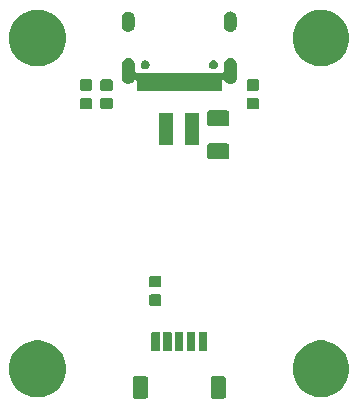
<source format=gbr>
G04 #@! TF.GenerationSoftware,KiCad,Pcbnew,(5.1.5)-3*
G04 #@! TF.CreationDate,2020-04-27T21:47:52+02:00*
G04 #@! TF.ProjectId,unified-usb-pcb_simple,756e6966-6965-4642-9d75-73622d706362,rev?*
G04 #@! TF.SameCoordinates,Original*
G04 #@! TF.FileFunction,Soldermask,Top*
G04 #@! TF.FilePolarity,Negative*
%FSLAX46Y46*%
G04 Gerber Fmt 4.6, Leading zero omitted, Abs format (unit mm)*
G04 Created by KiCad (PCBNEW (5.1.5)-3) date 2020-04-27 21:47:52*
%MOMM*%
%LPD*%
G04 APERTURE LIST*
%ADD10C,0.100000*%
G04 APERTURE END LIST*
D10*
G36*
X34550642Y-50916404D02*
G01*
X34587737Y-50927657D01*
X34621915Y-50945925D01*
X34651881Y-50970519D01*
X34676475Y-51000485D01*
X34694743Y-51034663D01*
X34705996Y-51071758D01*
X34710400Y-51116474D01*
X34710400Y-52609526D01*
X34705996Y-52654242D01*
X34694743Y-52691337D01*
X34676475Y-52725515D01*
X34651881Y-52755481D01*
X34621915Y-52780075D01*
X34587737Y-52798343D01*
X34550642Y-52809596D01*
X34505926Y-52814000D01*
X33612874Y-52814000D01*
X33568158Y-52809596D01*
X33531063Y-52798343D01*
X33496885Y-52780075D01*
X33466919Y-52755481D01*
X33442325Y-52725515D01*
X33424057Y-52691337D01*
X33412804Y-52654242D01*
X33408400Y-52609526D01*
X33408400Y-51116474D01*
X33412804Y-51071758D01*
X33424057Y-51034663D01*
X33442325Y-51000485D01*
X33466919Y-50970519D01*
X33496885Y-50945925D01*
X33531063Y-50927657D01*
X33568158Y-50916404D01*
X33612874Y-50912000D01*
X34505926Y-50912000D01*
X34550642Y-50916404D01*
G37*
G36*
X27950642Y-50916404D02*
G01*
X27987737Y-50927657D01*
X28021915Y-50945925D01*
X28051881Y-50970519D01*
X28076475Y-51000485D01*
X28094743Y-51034663D01*
X28105996Y-51071758D01*
X28110400Y-51116474D01*
X28110400Y-52609526D01*
X28105996Y-52654242D01*
X28094743Y-52691337D01*
X28076475Y-52725515D01*
X28051881Y-52755481D01*
X28021915Y-52780075D01*
X27987737Y-52798343D01*
X27950642Y-52809596D01*
X27905926Y-52814000D01*
X27012874Y-52814000D01*
X26968158Y-52809596D01*
X26931063Y-52798343D01*
X26896885Y-52780075D01*
X26866919Y-52755481D01*
X26842325Y-52725515D01*
X26824057Y-52691337D01*
X26812804Y-52654242D01*
X26808400Y-52609526D01*
X26808400Y-51116474D01*
X26812804Y-51071758D01*
X26824057Y-51034663D01*
X26842325Y-51000485D01*
X26866919Y-50970519D01*
X26896885Y-50945925D01*
X26931063Y-50927657D01*
X26968158Y-50916404D01*
X27012874Y-50912000D01*
X27905926Y-50912000D01*
X27950642Y-50916404D01*
G37*
G36*
X43227812Y-47933134D02*
G01*
X43459746Y-47979269D01*
X43896700Y-48160262D01*
X44289948Y-48423022D01*
X44624378Y-48757452D01*
X44887138Y-49150700D01*
X45068131Y-49587654D01*
X45160400Y-50051522D01*
X45160400Y-50524478D01*
X45068131Y-50988346D01*
X44887138Y-51425300D01*
X44624378Y-51818548D01*
X44289948Y-52152978D01*
X43896700Y-52415738D01*
X43459746Y-52596731D01*
X43227812Y-52642866D01*
X42995879Y-52689000D01*
X42522921Y-52689000D01*
X42290988Y-52642865D01*
X42059054Y-52596731D01*
X41622100Y-52415738D01*
X41228852Y-52152978D01*
X40894422Y-51818548D01*
X40631662Y-51425300D01*
X40450669Y-50988346D01*
X40358400Y-50524478D01*
X40358400Y-50051522D01*
X40450669Y-49587654D01*
X40631662Y-49150700D01*
X40894422Y-48757452D01*
X41228852Y-48423022D01*
X41622100Y-48160262D01*
X42059054Y-47979269D01*
X42290988Y-47933134D01*
X42522921Y-47887000D01*
X42995879Y-47887000D01*
X43227812Y-47933134D01*
G37*
G36*
X19227812Y-47933134D02*
G01*
X19459746Y-47979269D01*
X19896700Y-48160262D01*
X20289948Y-48423022D01*
X20624378Y-48757452D01*
X20887138Y-49150700D01*
X21068131Y-49587654D01*
X21160400Y-50051522D01*
X21160400Y-50524478D01*
X21068131Y-50988346D01*
X20887138Y-51425300D01*
X20624378Y-51818548D01*
X20289948Y-52152978D01*
X19896700Y-52415738D01*
X19459746Y-52596731D01*
X19227812Y-52642866D01*
X18995879Y-52689000D01*
X18522921Y-52689000D01*
X18290988Y-52642865D01*
X18059054Y-52596731D01*
X17622100Y-52415738D01*
X17228852Y-52152978D01*
X16894422Y-51818548D01*
X16631662Y-51425300D01*
X16450669Y-50988346D01*
X16358400Y-50524478D01*
X16358400Y-50051522D01*
X16450669Y-49587654D01*
X16631662Y-49150700D01*
X16894422Y-48757452D01*
X17228852Y-48423022D01*
X17622100Y-48160262D01*
X18059054Y-47979269D01*
X18290988Y-47933134D01*
X18522921Y-47887000D01*
X18995879Y-47887000D01*
X19227812Y-47933134D01*
G37*
G36*
X29019328Y-47164764D02*
G01*
X29040409Y-47171160D01*
X29059845Y-47181548D01*
X29076876Y-47195524D01*
X29090852Y-47212555D01*
X29101240Y-47231991D01*
X29107636Y-47253072D01*
X29110400Y-47281140D01*
X29110400Y-48694860D01*
X29107636Y-48722928D01*
X29101240Y-48744009D01*
X29090852Y-48763445D01*
X29076876Y-48780476D01*
X29059845Y-48794452D01*
X29040409Y-48804840D01*
X29019328Y-48811236D01*
X28991260Y-48814000D01*
X28527540Y-48814000D01*
X28499472Y-48811236D01*
X28478391Y-48804840D01*
X28458955Y-48794452D01*
X28441924Y-48780476D01*
X28427948Y-48763445D01*
X28417560Y-48744009D01*
X28411164Y-48722928D01*
X28408400Y-48694860D01*
X28408400Y-47281140D01*
X28411164Y-47253072D01*
X28417560Y-47231991D01*
X28427948Y-47212555D01*
X28441924Y-47195524D01*
X28458955Y-47181548D01*
X28478391Y-47171160D01*
X28499472Y-47164764D01*
X28527540Y-47162000D01*
X28991260Y-47162000D01*
X29019328Y-47164764D01*
G37*
G36*
X30019328Y-47164764D02*
G01*
X30040409Y-47171160D01*
X30059845Y-47181548D01*
X30076876Y-47195524D01*
X30090852Y-47212555D01*
X30101240Y-47231991D01*
X30107636Y-47253072D01*
X30110400Y-47281140D01*
X30110400Y-48694860D01*
X30107636Y-48722928D01*
X30101240Y-48744009D01*
X30090852Y-48763445D01*
X30076876Y-48780476D01*
X30059845Y-48794452D01*
X30040409Y-48804840D01*
X30019328Y-48811236D01*
X29991260Y-48814000D01*
X29527540Y-48814000D01*
X29499472Y-48811236D01*
X29478391Y-48804840D01*
X29458955Y-48794452D01*
X29441924Y-48780476D01*
X29427948Y-48763445D01*
X29417560Y-48744009D01*
X29411164Y-48722928D01*
X29408400Y-48694860D01*
X29408400Y-47281140D01*
X29411164Y-47253072D01*
X29417560Y-47231991D01*
X29427948Y-47212555D01*
X29441924Y-47195524D01*
X29458955Y-47181548D01*
X29478391Y-47171160D01*
X29499472Y-47164764D01*
X29527540Y-47162000D01*
X29991260Y-47162000D01*
X30019328Y-47164764D01*
G37*
G36*
X31019328Y-47164764D02*
G01*
X31040409Y-47171160D01*
X31059845Y-47181548D01*
X31076876Y-47195524D01*
X31090852Y-47212555D01*
X31101240Y-47231991D01*
X31107636Y-47253072D01*
X31110400Y-47281140D01*
X31110400Y-48694860D01*
X31107636Y-48722928D01*
X31101240Y-48744009D01*
X31090852Y-48763445D01*
X31076876Y-48780476D01*
X31059845Y-48794452D01*
X31040409Y-48804840D01*
X31019328Y-48811236D01*
X30991260Y-48814000D01*
X30527540Y-48814000D01*
X30499472Y-48811236D01*
X30478391Y-48804840D01*
X30458955Y-48794452D01*
X30441924Y-48780476D01*
X30427948Y-48763445D01*
X30417560Y-48744009D01*
X30411164Y-48722928D01*
X30408400Y-48694860D01*
X30408400Y-47281140D01*
X30411164Y-47253072D01*
X30417560Y-47231991D01*
X30427948Y-47212555D01*
X30441924Y-47195524D01*
X30458955Y-47181548D01*
X30478391Y-47171160D01*
X30499472Y-47164764D01*
X30527540Y-47162000D01*
X30991260Y-47162000D01*
X31019328Y-47164764D01*
G37*
G36*
X33019328Y-47164764D02*
G01*
X33040409Y-47171160D01*
X33059845Y-47181548D01*
X33076876Y-47195524D01*
X33090852Y-47212555D01*
X33101240Y-47231991D01*
X33107636Y-47253072D01*
X33110400Y-47281140D01*
X33110400Y-48694860D01*
X33107636Y-48722928D01*
X33101240Y-48744009D01*
X33090852Y-48763445D01*
X33076876Y-48780476D01*
X33059845Y-48794452D01*
X33040409Y-48804840D01*
X33019328Y-48811236D01*
X32991260Y-48814000D01*
X32527540Y-48814000D01*
X32499472Y-48811236D01*
X32478391Y-48804840D01*
X32458955Y-48794452D01*
X32441924Y-48780476D01*
X32427948Y-48763445D01*
X32417560Y-48744009D01*
X32411164Y-48722928D01*
X32408400Y-48694860D01*
X32408400Y-47281140D01*
X32411164Y-47253072D01*
X32417560Y-47231991D01*
X32427948Y-47212555D01*
X32441924Y-47195524D01*
X32458955Y-47181548D01*
X32478391Y-47171160D01*
X32499472Y-47164764D01*
X32527540Y-47162000D01*
X32991260Y-47162000D01*
X33019328Y-47164764D01*
G37*
G36*
X32019328Y-47164764D02*
G01*
X32040409Y-47171160D01*
X32059845Y-47181548D01*
X32076876Y-47195524D01*
X32090852Y-47212555D01*
X32101240Y-47231991D01*
X32107636Y-47253072D01*
X32110400Y-47281140D01*
X32110400Y-48694860D01*
X32107636Y-48722928D01*
X32101240Y-48744009D01*
X32090852Y-48763445D01*
X32076876Y-48780476D01*
X32059845Y-48794452D01*
X32040409Y-48804840D01*
X32019328Y-48811236D01*
X31991260Y-48814000D01*
X31527540Y-48814000D01*
X31499472Y-48811236D01*
X31478391Y-48804840D01*
X31458955Y-48794452D01*
X31441924Y-48780476D01*
X31427948Y-48763445D01*
X31417560Y-48744009D01*
X31411164Y-48722928D01*
X31408400Y-48694860D01*
X31408400Y-47281140D01*
X31411164Y-47253072D01*
X31417560Y-47231991D01*
X31427948Y-47212555D01*
X31441924Y-47195524D01*
X31458955Y-47181548D01*
X31478391Y-47171160D01*
X31499472Y-47164764D01*
X31527540Y-47162000D01*
X31991260Y-47162000D01*
X32019328Y-47164764D01*
G37*
G36*
X29106991Y-43991085D02*
G01*
X29140969Y-44001393D01*
X29172290Y-44018134D01*
X29199739Y-44040661D01*
X29222266Y-44068110D01*
X29239007Y-44099431D01*
X29249315Y-44133409D01*
X29253400Y-44174890D01*
X29253400Y-44776110D01*
X29249315Y-44817591D01*
X29239007Y-44851569D01*
X29222266Y-44882890D01*
X29199739Y-44910339D01*
X29172290Y-44932866D01*
X29140969Y-44949607D01*
X29106991Y-44959915D01*
X29065510Y-44964000D01*
X28389290Y-44964000D01*
X28347809Y-44959915D01*
X28313831Y-44949607D01*
X28282510Y-44932866D01*
X28255061Y-44910339D01*
X28232534Y-44882890D01*
X28215793Y-44851569D01*
X28205485Y-44817591D01*
X28201400Y-44776110D01*
X28201400Y-44174890D01*
X28205485Y-44133409D01*
X28215793Y-44099431D01*
X28232534Y-44068110D01*
X28255061Y-44040661D01*
X28282510Y-44018134D01*
X28313831Y-44001393D01*
X28347809Y-43991085D01*
X28389290Y-43987000D01*
X29065510Y-43987000D01*
X29106991Y-43991085D01*
G37*
G36*
X29106991Y-42416085D02*
G01*
X29140969Y-42426393D01*
X29172290Y-42443134D01*
X29199739Y-42465661D01*
X29222266Y-42493110D01*
X29239007Y-42524431D01*
X29249315Y-42558409D01*
X29253400Y-42599890D01*
X29253400Y-43201110D01*
X29249315Y-43242591D01*
X29239007Y-43276569D01*
X29222266Y-43307890D01*
X29199739Y-43335339D01*
X29172290Y-43357866D01*
X29140969Y-43374607D01*
X29106991Y-43384915D01*
X29065510Y-43389000D01*
X28389290Y-43389000D01*
X28347809Y-43384915D01*
X28313831Y-43374607D01*
X28282510Y-43357866D01*
X28255061Y-43335339D01*
X28232534Y-43307890D01*
X28215793Y-43276569D01*
X28205485Y-43242591D01*
X28201400Y-43201110D01*
X28201400Y-42599890D01*
X28205485Y-42558409D01*
X28215793Y-42524431D01*
X28232534Y-42493110D01*
X28255061Y-42465661D01*
X28282510Y-42443134D01*
X28313831Y-42426393D01*
X28347809Y-42416085D01*
X28389290Y-42412000D01*
X29065510Y-42412000D01*
X29106991Y-42416085D01*
G37*
G36*
X34830004Y-31208347D02*
G01*
X34866544Y-31219432D01*
X34900221Y-31237433D01*
X34929741Y-31261659D01*
X34953967Y-31291179D01*
X34971968Y-31324856D01*
X34983053Y-31361396D01*
X34987400Y-31405538D01*
X34987400Y-32354462D01*
X34983053Y-32398604D01*
X34971968Y-32435144D01*
X34953967Y-32468821D01*
X34929741Y-32498341D01*
X34900221Y-32522567D01*
X34866544Y-32540568D01*
X34830004Y-32551653D01*
X34785862Y-32556000D01*
X33336938Y-32556000D01*
X33292796Y-32551653D01*
X33256256Y-32540568D01*
X33222579Y-32522567D01*
X33193059Y-32498341D01*
X33168833Y-32468821D01*
X33150832Y-32435144D01*
X33139747Y-32398604D01*
X33135400Y-32354462D01*
X33135400Y-31405538D01*
X33139747Y-31361396D01*
X33150832Y-31324856D01*
X33168833Y-31291179D01*
X33193059Y-31261659D01*
X33222579Y-31237433D01*
X33256256Y-31219432D01*
X33292796Y-31208347D01*
X33336938Y-31204000D01*
X34785862Y-31204000D01*
X34830004Y-31208347D01*
G37*
G36*
X30240400Y-31298000D02*
G01*
X29078400Y-31298000D01*
X29078400Y-28646000D01*
X30240400Y-28646000D01*
X30240400Y-31298000D01*
G37*
G36*
X32440400Y-31298000D02*
G01*
X31278400Y-31298000D01*
X31278400Y-28646000D01*
X32440400Y-28646000D01*
X32440400Y-31298000D01*
G37*
G36*
X34830004Y-28408347D02*
G01*
X34866544Y-28419432D01*
X34900221Y-28437433D01*
X34929741Y-28461659D01*
X34953967Y-28491179D01*
X34971968Y-28524856D01*
X34983053Y-28561396D01*
X34987400Y-28605538D01*
X34987400Y-29554462D01*
X34983053Y-29598604D01*
X34971968Y-29635144D01*
X34953967Y-29668821D01*
X34929741Y-29698341D01*
X34900221Y-29722567D01*
X34866544Y-29740568D01*
X34830004Y-29751653D01*
X34785862Y-29756000D01*
X33336938Y-29756000D01*
X33292796Y-29751653D01*
X33256256Y-29740568D01*
X33222579Y-29722567D01*
X33193059Y-29698341D01*
X33168833Y-29668821D01*
X33150832Y-29635144D01*
X33139747Y-29598604D01*
X33135400Y-29554462D01*
X33135400Y-28605538D01*
X33139747Y-28561396D01*
X33150832Y-28524856D01*
X33168833Y-28491179D01*
X33193059Y-28461659D01*
X33222579Y-28437433D01*
X33256256Y-28419432D01*
X33292796Y-28408347D01*
X33336938Y-28404000D01*
X34785862Y-28404000D01*
X34830004Y-28408347D01*
G37*
G36*
X23264991Y-27354085D02*
G01*
X23298969Y-27364393D01*
X23330290Y-27381134D01*
X23357739Y-27403661D01*
X23380266Y-27431110D01*
X23397007Y-27462431D01*
X23407315Y-27496409D01*
X23411400Y-27537890D01*
X23411400Y-28139110D01*
X23407315Y-28180591D01*
X23397007Y-28214569D01*
X23380266Y-28245890D01*
X23357739Y-28273339D01*
X23330290Y-28295866D01*
X23298969Y-28312607D01*
X23264991Y-28322915D01*
X23223510Y-28327000D01*
X22547290Y-28327000D01*
X22505809Y-28322915D01*
X22471831Y-28312607D01*
X22440510Y-28295866D01*
X22413061Y-28273339D01*
X22390534Y-28245890D01*
X22373793Y-28214569D01*
X22363485Y-28180591D01*
X22359400Y-28139110D01*
X22359400Y-27537890D01*
X22363485Y-27496409D01*
X22373793Y-27462431D01*
X22390534Y-27431110D01*
X22413061Y-27403661D01*
X22440510Y-27381134D01*
X22471831Y-27364393D01*
X22505809Y-27354085D01*
X22547290Y-27350000D01*
X23223510Y-27350000D01*
X23264991Y-27354085D01*
G37*
G36*
X37361991Y-27354085D02*
G01*
X37395969Y-27364393D01*
X37427290Y-27381134D01*
X37454739Y-27403661D01*
X37477266Y-27431110D01*
X37494007Y-27462431D01*
X37504315Y-27496409D01*
X37508400Y-27537890D01*
X37508400Y-28139110D01*
X37504315Y-28180591D01*
X37494007Y-28214569D01*
X37477266Y-28245890D01*
X37454739Y-28273339D01*
X37427290Y-28295866D01*
X37395969Y-28312607D01*
X37361991Y-28322915D01*
X37320510Y-28327000D01*
X36644290Y-28327000D01*
X36602809Y-28322915D01*
X36568831Y-28312607D01*
X36537510Y-28295866D01*
X36510061Y-28273339D01*
X36487534Y-28245890D01*
X36470793Y-28214569D01*
X36460485Y-28180591D01*
X36456400Y-28139110D01*
X36456400Y-27537890D01*
X36460485Y-27496409D01*
X36470793Y-27462431D01*
X36487534Y-27431110D01*
X36510061Y-27403661D01*
X36537510Y-27381134D01*
X36568831Y-27364393D01*
X36602809Y-27354085D01*
X36644290Y-27350000D01*
X37320510Y-27350000D01*
X37361991Y-27354085D01*
G37*
G36*
X24979491Y-27354085D02*
G01*
X25013469Y-27364393D01*
X25044790Y-27381134D01*
X25072239Y-27403661D01*
X25094766Y-27431110D01*
X25111507Y-27462431D01*
X25121815Y-27496409D01*
X25125900Y-27537890D01*
X25125900Y-28139110D01*
X25121815Y-28180591D01*
X25111507Y-28214569D01*
X25094766Y-28245890D01*
X25072239Y-28273339D01*
X25044790Y-28295866D01*
X25013469Y-28312607D01*
X24979491Y-28322915D01*
X24938010Y-28327000D01*
X24261790Y-28327000D01*
X24220309Y-28322915D01*
X24186331Y-28312607D01*
X24155010Y-28295866D01*
X24127561Y-28273339D01*
X24105034Y-28245890D01*
X24088293Y-28214569D01*
X24077985Y-28180591D01*
X24073900Y-28139110D01*
X24073900Y-27537890D01*
X24077985Y-27496409D01*
X24088293Y-27462431D01*
X24105034Y-27431110D01*
X24127561Y-27403661D01*
X24155010Y-27381134D01*
X24186331Y-27364393D01*
X24220309Y-27354085D01*
X24261790Y-27350000D01*
X24938010Y-27350000D01*
X24979491Y-27354085D01*
G37*
G36*
X35187415Y-23974973D02*
G01*
X35291279Y-24006479D01*
X35318455Y-24021005D01*
X35387000Y-24057643D01*
X35470901Y-24126499D01*
X35539757Y-24210400D01*
X35558754Y-24245942D01*
X35590921Y-24306121D01*
X35622427Y-24409985D01*
X35630400Y-24490933D01*
X35630400Y-25645067D01*
X35622427Y-25726015D01*
X35590921Y-25829879D01*
X35582016Y-25846539D01*
X35541997Y-25921409D01*
X35539756Y-25925600D01*
X35470901Y-26009501D01*
X35402045Y-26066009D01*
X35386999Y-26078357D01*
X35335307Y-26105987D01*
X35291278Y-26129521D01*
X35187414Y-26161027D01*
X35079400Y-26171666D01*
X34971385Y-26161027D01*
X34867521Y-26129521D01*
X34823493Y-26105987D01*
X34771801Y-26078357D01*
X34759043Y-26067887D01*
X34687899Y-26009501D01*
X34619044Y-25925600D01*
X34595634Y-25881804D01*
X34582025Y-25861436D01*
X34564698Y-25844109D01*
X34544324Y-25830495D01*
X34521685Y-25821118D01*
X34497652Y-25816337D01*
X34473148Y-25816337D01*
X34449114Y-25821117D01*
X34426476Y-25830494D01*
X34406101Y-25844108D01*
X34388774Y-25861435D01*
X34375160Y-25881809D01*
X34365783Y-25904448D01*
X34361002Y-25928481D01*
X34360400Y-25940734D01*
X34360400Y-26759000D01*
X27158400Y-26759000D01*
X27158400Y-25940734D01*
X27155998Y-25916349D01*
X27148885Y-25892900D01*
X27137334Y-25871289D01*
X27121789Y-25852347D01*
X27102847Y-25836802D01*
X27081236Y-25825251D01*
X27057787Y-25818138D01*
X27033401Y-25815736D01*
X27009015Y-25818138D01*
X26985566Y-25825251D01*
X26963955Y-25836802D01*
X26945013Y-25852347D01*
X26929468Y-25871289D01*
X26923167Y-25881802D01*
X26920158Y-25887431D01*
X26899756Y-25925601D01*
X26869153Y-25962890D01*
X26830901Y-26009501D01*
X26762045Y-26066009D01*
X26746999Y-26078357D01*
X26695307Y-26105987D01*
X26651278Y-26129521D01*
X26547414Y-26161027D01*
X26439400Y-26171666D01*
X26331385Y-26161027D01*
X26227521Y-26129521D01*
X26183493Y-26105987D01*
X26131801Y-26078357D01*
X26119043Y-26067887D01*
X26047899Y-26009501D01*
X25979044Y-25925600D01*
X25976804Y-25921409D01*
X25944747Y-25861435D01*
X25927879Y-25829878D01*
X25896373Y-25726014D01*
X25888400Y-25645066D01*
X25888401Y-24490933D01*
X25896374Y-24409985D01*
X25927880Y-24306121D01*
X25960047Y-24245942D01*
X25979044Y-24210400D01*
X26047900Y-24126499D01*
X26131801Y-24057643D01*
X26200346Y-24021005D01*
X26227522Y-24006479D01*
X26331386Y-23974973D01*
X26439400Y-23964334D01*
X26547415Y-23974973D01*
X26651279Y-24006479D01*
X26678455Y-24021005D01*
X26747000Y-24057643D01*
X26830901Y-24126499D01*
X26899757Y-24210400D01*
X26918754Y-24245942D01*
X26950921Y-24306121D01*
X26982427Y-24409985D01*
X26990400Y-24490933D01*
X26990400Y-25082001D01*
X26992802Y-25106387D01*
X26999915Y-25129836D01*
X27011466Y-25151447D01*
X27027011Y-25170389D01*
X27045953Y-25185934D01*
X27067564Y-25197485D01*
X27091013Y-25204598D01*
X27115399Y-25207000D01*
X34403401Y-25207000D01*
X34427787Y-25204598D01*
X34451236Y-25197485D01*
X34472847Y-25185934D01*
X34491789Y-25170389D01*
X34507334Y-25151447D01*
X34518885Y-25129836D01*
X34525998Y-25106387D01*
X34528400Y-25082001D01*
X34528401Y-24490939D01*
X34528401Y-24490933D01*
X34536374Y-24409985D01*
X34567880Y-24306121D01*
X34600047Y-24245942D01*
X34619044Y-24210400D01*
X34687900Y-24126499D01*
X34771801Y-24057643D01*
X34840346Y-24021005D01*
X34867522Y-24006479D01*
X34971386Y-23974973D01*
X35079400Y-23964334D01*
X35187415Y-23974973D01*
G37*
G36*
X24979491Y-25779085D02*
G01*
X25013469Y-25789393D01*
X25044790Y-25806134D01*
X25072239Y-25828661D01*
X25094766Y-25856110D01*
X25111507Y-25887431D01*
X25121815Y-25921409D01*
X25125900Y-25962890D01*
X25125900Y-26564110D01*
X25121815Y-26605591D01*
X25111507Y-26639569D01*
X25094766Y-26670890D01*
X25072239Y-26698339D01*
X25044790Y-26720866D01*
X25013469Y-26737607D01*
X24979491Y-26747915D01*
X24938010Y-26752000D01*
X24261790Y-26752000D01*
X24220309Y-26747915D01*
X24186331Y-26737607D01*
X24155010Y-26720866D01*
X24127561Y-26698339D01*
X24105034Y-26670890D01*
X24088293Y-26639569D01*
X24077985Y-26605591D01*
X24073900Y-26564110D01*
X24073900Y-25962890D01*
X24077985Y-25921409D01*
X24088293Y-25887431D01*
X24105034Y-25856110D01*
X24127561Y-25828661D01*
X24155010Y-25806134D01*
X24186331Y-25789393D01*
X24220309Y-25779085D01*
X24261790Y-25775000D01*
X24938010Y-25775000D01*
X24979491Y-25779085D01*
G37*
G36*
X37361991Y-25779085D02*
G01*
X37395969Y-25789393D01*
X37427290Y-25806134D01*
X37454739Y-25828661D01*
X37477266Y-25856110D01*
X37494007Y-25887431D01*
X37504315Y-25921409D01*
X37508400Y-25962890D01*
X37508400Y-26564110D01*
X37504315Y-26605591D01*
X37494007Y-26639569D01*
X37477266Y-26670890D01*
X37454739Y-26698339D01*
X37427290Y-26720866D01*
X37395969Y-26737607D01*
X37361991Y-26747915D01*
X37320510Y-26752000D01*
X36644290Y-26752000D01*
X36602809Y-26747915D01*
X36568831Y-26737607D01*
X36537510Y-26720866D01*
X36510061Y-26698339D01*
X36487534Y-26670890D01*
X36470793Y-26639569D01*
X36460485Y-26605591D01*
X36456400Y-26564110D01*
X36456400Y-25962890D01*
X36460485Y-25921409D01*
X36470793Y-25887431D01*
X36487534Y-25856110D01*
X36510061Y-25828661D01*
X36537510Y-25806134D01*
X36568831Y-25789393D01*
X36602809Y-25779085D01*
X36644290Y-25775000D01*
X37320510Y-25775000D01*
X37361991Y-25779085D01*
G37*
G36*
X23264991Y-25779085D02*
G01*
X23298969Y-25789393D01*
X23330290Y-25806134D01*
X23357739Y-25828661D01*
X23380266Y-25856110D01*
X23397007Y-25887431D01*
X23407315Y-25921409D01*
X23411400Y-25962890D01*
X23411400Y-26564110D01*
X23407315Y-26605591D01*
X23397007Y-26639569D01*
X23380266Y-26670890D01*
X23357739Y-26698339D01*
X23330290Y-26720866D01*
X23298969Y-26737607D01*
X23264991Y-26747915D01*
X23223510Y-26752000D01*
X22547290Y-26752000D01*
X22505809Y-26747915D01*
X22471831Y-26737607D01*
X22440510Y-26720866D01*
X22413061Y-26698339D01*
X22390534Y-26670890D01*
X22373793Y-26639569D01*
X22363485Y-26605591D01*
X22359400Y-26564110D01*
X22359400Y-25962890D01*
X22363485Y-25921409D01*
X22373793Y-25887431D01*
X22390534Y-25856110D01*
X22413061Y-25828661D01*
X22440510Y-25806134D01*
X22471831Y-25789393D01*
X22505809Y-25779085D01*
X22547290Y-25775000D01*
X23223510Y-25775000D01*
X23264991Y-25779085D01*
G37*
G36*
X33759072Y-24176449D02*
G01*
X33759074Y-24176450D01*
X33759075Y-24176450D01*
X33827503Y-24204793D01*
X33889086Y-24245942D01*
X33941458Y-24298314D01*
X33982607Y-24359897D01*
X34010950Y-24428325D01*
X34025400Y-24500967D01*
X34025400Y-24575033D01*
X34010950Y-24647675D01*
X33982607Y-24716103D01*
X33941458Y-24777686D01*
X33889086Y-24830058D01*
X33827503Y-24871207D01*
X33759075Y-24899550D01*
X33759074Y-24899550D01*
X33759072Y-24899551D01*
X33686434Y-24914000D01*
X33612366Y-24914000D01*
X33539728Y-24899551D01*
X33539726Y-24899550D01*
X33539725Y-24899550D01*
X33471297Y-24871207D01*
X33409714Y-24830058D01*
X33357342Y-24777686D01*
X33316193Y-24716103D01*
X33287850Y-24647675D01*
X33273400Y-24575033D01*
X33273400Y-24500967D01*
X33287850Y-24428325D01*
X33316193Y-24359897D01*
X33357342Y-24298314D01*
X33409714Y-24245942D01*
X33471297Y-24204793D01*
X33539725Y-24176450D01*
X33539726Y-24176450D01*
X33539728Y-24176449D01*
X33612366Y-24162000D01*
X33686434Y-24162000D01*
X33759072Y-24176449D01*
G37*
G36*
X27979072Y-24176449D02*
G01*
X27979074Y-24176450D01*
X27979075Y-24176450D01*
X28047503Y-24204793D01*
X28109086Y-24245942D01*
X28161458Y-24298314D01*
X28202607Y-24359897D01*
X28230950Y-24428325D01*
X28245400Y-24500967D01*
X28245400Y-24575033D01*
X28230950Y-24647675D01*
X28202607Y-24716103D01*
X28161458Y-24777686D01*
X28109086Y-24830058D01*
X28047503Y-24871207D01*
X27979075Y-24899550D01*
X27979074Y-24899550D01*
X27979072Y-24899551D01*
X27906434Y-24914000D01*
X27832366Y-24914000D01*
X27759728Y-24899551D01*
X27759726Y-24899550D01*
X27759725Y-24899550D01*
X27691297Y-24871207D01*
X27629714Y-24830058D01*
X27577342Y-24777686D01*
X27536193Y-24716103D01*
X27507850Y-24647675D01*
X27493400Y-24575033D01*
X27493400Y-24500967D01*
X27507850Y-24428325D01*
X27536193Y-24359897D01*
X27577342Y-24298314D01*
X27629714Y-24245942D01*
X27691297Y-24204793D01*
X27759725Y-24176450D01*
X27759726Y-24176450D01*
X27759728Y-24176449D01*
X27832366Y-24162000D01*
X27906434Y-24162000D01*
X27979072Y-24176449D01*
G37*
G36*
X19227812Y-19933135D02*
G01*
X19459746Y-19979269D01*
X19768720Y-20107251D01*
X19817954Y-20127644D01*
X19896700Y-20160262D01*
X20289948Y-20423022D01*
X20624378Y-20757452D01*
X20887138Y-21150700D01*
X21068131Y-21587654D01*
X21160400Y-22051522D01*
X21160400Y-22524478D01*
X21068131Y-22988346D01*
X20887138Y-23425300D01*
X20624378Y-23818548D01*
X20289948Y-24152978D01*
X19896700Y-24415738D01*
X19896699Y-24415739D01*
X19896698Y-24415739D01*
X19866305Y-24428328D01*
X19459746Y-24596731D01*
X19227812Y-24642866D01*
X18995879Y-24689000D01*
X18522921Y-24689000D01*
X18290988Y-24642866D01*
X18059054Y-24596731D01*
X17652495Y-24428328D01*
X17622102Y-24415739D01*
X17622101Y-24415739D01*
X17622100Y-24415738D01*
X17228852Y-24152978D01*
X16894422Y-23818548D01*
X16631662Y-23425300D01*
X16450669Y-22988346D01*
X16358400Y-22524478D01*
X16358400Y-22051522D01*
X16450669Y-21587654D01*
X16631662Y-21150700D01*
X16894422Y-20757452D01*
X17228852Y-20423022D01*
X17622100Y-20160262D01*
X17700847Y-20127644D01*
X17750080Y-20107251D01*
X18059054Y-19979269D01*
X18290988Y-19933135D01*
X18522921Y-19887000D01*
X18995879Y-19887000D01*
X19227812Y-19933135D01*
G37*
G36*
X43227812Y-19933135D02*
G01*
X43459746Y-19979269D01*
X43768720Y-20107251D01*
X43817954Y-20127644D01*
X43896700Y-20160262D01*
X44289948Y-20423022D01*
X44624378Y-20757452D01*
X44887138Y-21150700D01*
X45068131Y-21587654D01*
X45160400Y-22051522D01*
X45160400Y-22524478D01*
X45068131Y-22988346D01*
X44887138Y-23425300D01*
X44624378Y-23818548D01*
X44289948Y-24152978D01*
X43896700Y-24415738D01*
X43896699Y-24415739D01*
X43896698Y-24415739D01*
X43866305Y-24428328D01*
X43459746Y-24596731D01*
X43227812Y-24642866D01*
X42995879Y-24689000D01*
X42522921Y-24689000D01*
X42290988Y-24642866D01*
X42059054Y-24596731D01*
X41652495Y-24428328D01*
X41622102Y-24415739D01*
X41622101Y-24415739D01*
X41622100Y-24415738D01*
X41228852Y-24152978D01*
X40894422Y-23818548D01*
X40631662Y-23425300D01*
X40450669Y-22988346D01*
X40358400Y-22524478D01*
X40358400Y-22051522D01*
X40450669Y-21587654D01*
X40631662Y-21150700D01*
X40894422Y-20757452D01*
X41228852Y-20423022D01*
X41622100Y-20160262D01*
X41700847Y-20127644D01*
X41750080Y-20107251D01*
X42059054Y-19979269D01*
X42290988Y-19933135D01*
X42522921Y-19887000D01*
X42995879Y-19887000D01*
X43227812Y-19933135D01*
G37*
G36*
X35187415Y-20044973D02*
G01*
X35291279Y-20076479D01*
X35318455Y-20091005D01*
X35387000Y-20127643D01*
X35470901Y-20196499D01*
X35539757Y-20280400D01*
X35576395Y-20348945D01*
X35590921Y-20376121D01*
X35622427Y-20479985D01*
X35630400Y-20560933D01*
X35630400Y-21215067D01*
X35622427Y-21296015D01*
X35590921Y-21399879D01*
X35539756Y-21495600D01*
X35470901Y-21579501D01*
X35402045Y-21636009D01*
X35386999Y-21648357D01*
X35335307Y-21675987D01*
X35291278Y-21699521D01*
X35187414Y-21731027D01*
X35079400Y-21741666D01*
X34971385Y-21731027D01*
X34867521Y-21699521D01*
X34823493Y-21675987D01*
X34771801Y-21648357D01*
X34759043Y-21637887D01*
X34687899Y-21579501D01*
X34619044Y-21495600D01*
X34567879Y-21399878D01*
X34536373Y-21296014D01*
X34528400Y-21215066D01*
X34528400Y-20560933D01*
X34536373Y-20479985D01*
X34567880Y-20376121D01*
X34567882Y-20376118D01*
X34619045Y-20280399D01*
X34687900Y-20196499D01*
X34771801Y-20127643D01*
X34840346Y-20091005D01*
X34867522Y-20076479D01*
X34971386Y-20044973D01*
X35079400Y-20034334D01*
X35187415Y-20044973D01*
G37*
G36*
X26547415Y-20044973D02*
G01*
X26651279Y-20076479D01*
X26678455Y-20091005D01*
X26747000Y-20127643D01*
X26830901Y-20196499D01*
X26899757Y-20280400D01*
X26936395Y-20348945D01*
X26950921Y-20376121D01*
X26982427Y-20479985D01*
X26990400Y-20560933D01*
X26990400Y-21215067D01*
X26982427Y-21296015D01*
X26950921Y-21399879D01*
X26899756Y-21495600D01*
X26830901Y-21579501D01*
X26762045Y-21636009D01*
X26746999Y-21648357D01*
X26695307Y-21675987D01*
X26651278Y-21699521D01*
X26547414Y-21731027D01*
X26439400Y-21741666D01*
X26331385Y-21731027D01*
X26227521Y-21699521D01*
X26183493Y-21675987D01*
X26131801Y-21648357D01*
X26119043Y-21637887D01*
X26047899Y-21579501D01*
X25979044Y-21495600D01*
X25927879Y-21399878D01*
X25896373Y-21296014D01*
X25888400Y-21215066D01*
X25888400Y-20560933D01*
X25896373Y-20479985D01*
X25927880Y-20376121D01*
X25927882Y-20376118D01*
X25979045Y-20280399D01*
X26047900Y-20196499D01*
X26131801Y-20127643D01*
X26200346Y-20091005D01*
X26227522Y-20076479D01*
X26331386Y-20044973D01*
X26439400Y-20034334D01*
X26547415Y-20044973D01*
G37*
M02*

</source>
